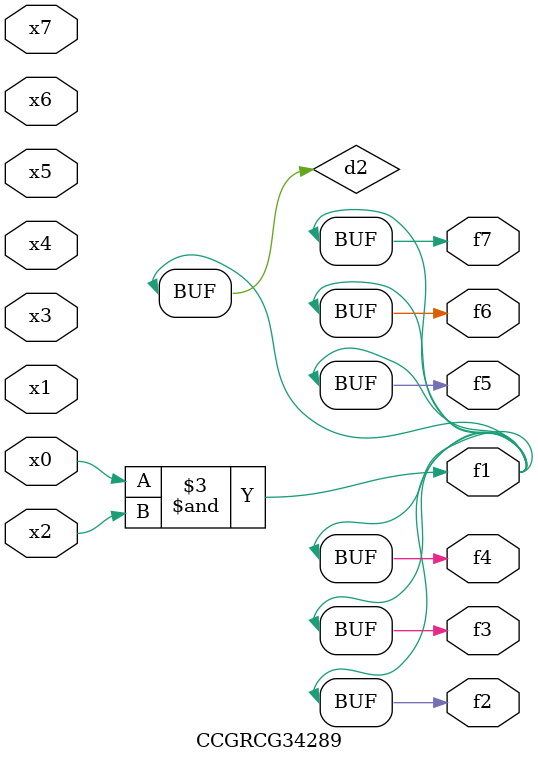
<source format=v>
module CCGRCG34289(
	input x0, x1, x2, x3, x4, x5, x6, x7,
	output f1, f2, f3, f4, f5, f6, f7
);

	wire d1, d2;

	nor (d1, x3, x6);
	and (d2, x0, x2);
	assign f1 = d2;
	assign f2 = d2;
	assign f3 = d2;
	assign f4 = d2;
	assign f5 = d2;
	assign f6 = d2;
	assign f7 = d2;
endmodule

</source>
